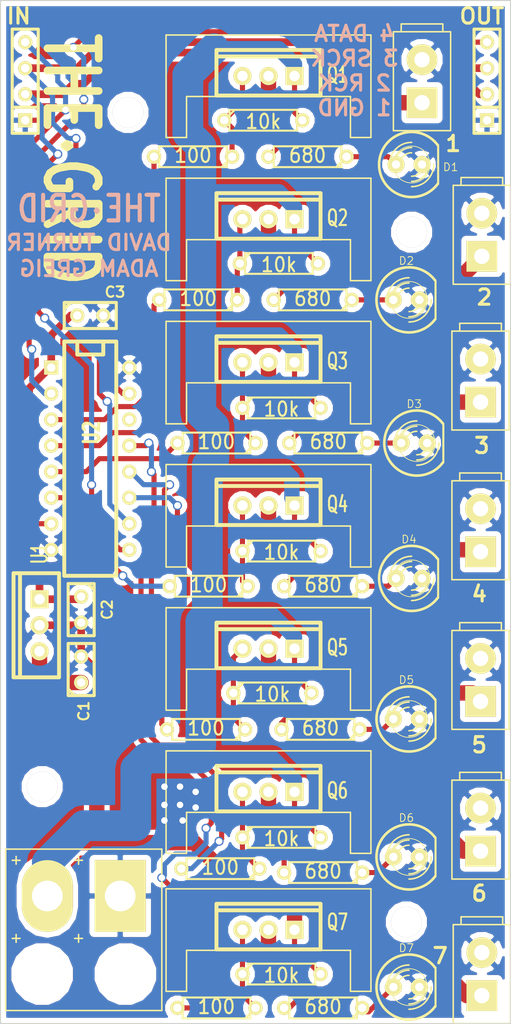
<source format=kicad_pcb>
(kicad_pcb (version 4) (host pcbnew "(2014-jan-25)-product")
  (layers (0 F.Cu signal) (31 B.Cu signal) (34 B.Paste user hide) (35 F.Paste user) (36 B.SilkS user hide) (37 F.SilkS user) (38 B.Mask user) (39 F.Mask user hide) (44 Edge.Cuts user))
  (net 0 "")
  (net 1 "Net-(D1-Pad1)")
  (net 2 GND)
  (net 3 "Net-(D2-Pad1)")
  (net 4 "Net-(D3-Pad1)")
  (net 5 "Net-(D4-Pad1)")
  (net 6 "Net-(D5-Pad1)")
  (net 7 "Net-(D6-Pad1)")
  (net 8 "Net-(D7-Pad1)")
  (net 9 "Net-(P4-Pad1)")
  (net 10 "Net-(P5-Pad1)")
  (net 11 "Net-(P7-Pad1)")
  (net 12 "Net-(P9-Pad1)")
  (net 13 "Net-(P10-Pad1)")
  (net 14 +12V)
  (net 15 "Net-(R2-Pad2)")
  (net 16 "Net-(R8-Pad2)")
  (net 17 "Net-(R14-Pad2)")
  (net 18 +5V)
  (net 19 "Net-(Q1-Pad2)")
  (net 20 "Net-(Q2-Pad2)")
  (net 21 "Net-(Q3-Pad2)")
  (net 22 "Net-(Q4-Pad2)")
  (net 23 "Net-(Q5-Pad2)")
  (net 24 "Net-(Q6-Pad2)")
  (net 25 "Net-(Q7-Pad2)")
  (net 26 "Net-(P2-Pad2)")
  (net 27 "Net-(P6-Pad1)")
  (net 28 "Net-(P8-Pad1)")
  (net 29 "Net-(R4-Pad2)")
  (net 30 "Net-(R6-Pad2)")
  (net 31 "Net-(R10-Pad2)")
  (net 32 "Net-(R12-Pad2)")
  (net 33 "Net-(P2-Pad3)")
  (net 34 "Net-(P2-Pad4)")
  (net 35 "Net-(P3-Pad4)")
  (module Sockets_DIP:DIP-16__300 (layer F.Cu) (at 130.175 63.5 270)
    (fp_text reference U2 (at -2.54 -0.127 270) (layer F.SilkS) (effects (font (size 1.524 1.143) (thickness 0.3048))))
    (fp_text value TPIC6C595 hide)
    (pad 1 thru_hole rect (at -8.89 3.81 270) (size 1.397 1.397) (drill 0.8128) (layers *.Cu *.Mask F.SilkS) (net 18 +5V))
    (pad 2 thru_hole circle (at -6.35 3.81 270) (size 1.397 1.397) (drill 0.8128) (layers *.Cu *.Mask F.SilkS) (net 34 "Net-(P2-Pad4)"))
    (pad 3 thru_hole circle (at -3.81 3.81 270) (size 1.397 1.397) (drill 0.8128) (layers *.Cu *.Mask F.SilkS) (net 15 "Net-(R2-Pad2)"))
    (pad 4 thru_hole circle (at -1.27 3.81 270) (size 1.397 1.397) (drill 0.8128) (layers *.Cu *.Mask F.SilkS) (net 29 "Net-(R4-Pad2)"))
    (pad 5 thru_hole circle (at 1.27 3.81 270) (size 1.397 1.397) (drill 0.8128) (layers *.Cu *.Mask F.SilkS) (net 30 "Net-(R6-Pad2)"))
    (pad 6 thru_hole circle (at 3.81 3.81 270) (size 1.397 1.397) (drill 0.8128) (layers *.Cu *.Mask F.SilkS) (net 16 "Net-(R8-Pad2)"))
    (pad 7 thru_hole circle (at 6.35 3.81 270) (size 1.397 1.397) (drill 0.8128) (layers *.Cu *.Mask F.SilkS) (net 18 +5V))
    (pad 8 thru_hole circle (at 8.89 3.81 270) (size 1.397 1.397) (drill 0.8128) (layers *.Cu *.Mask F.SilkS) (net 2 GND))
    (pad 9 thru_hole circle (at 8.89 -3.81 270) (size 1.397 1.397) (drill 0.8128) (layers *.Cu *.Mask F.SilkS) (net 35 "Net-(P3-Pad4)"))
    (pad 10 thru_hole circle (at 6.35 -3.81 270) (size 1.397 1.397) (drill 0.8128) (layers *.Cu *.Mask F.SilkS) (net 26 "Net-(P2-Pad2)"))
    (pad 11 thru_hole circle (at 3.81 -3.81 270) (size 1.397 1.397) (drill 0.8128) (layers *.Cu *.Mask F.SilkS) (net 17 "Net-(R14-Pad2)"))
    (pad 12 thru_hole circle (at 1.27 -3.81 270) (size 1.397 1.397) (drill 0.8128) (layers *.Cu *.Mask F.SilkS) (net 31 "Net-(R10-Pad2)"))
    (pad 13 thru_hole circle (at -1.27 -3.81 270) (size 1.397 1.397) (drill 0.8128) (layers *.Cu *.Mask F.SilkS) (net 32 "Net-(R12-Pad2)"))
    (pad 14 thru_hole circle (at -3.81 -3.81 270) (size 1.397 1.397) (drill 0.8128) (layers *.Cu *.Mask F.SilkS))
    (pad 15 thru_hole circle (at -6.35 -3.81 270) (size 1.397 1.397) (drill 0.8128) (layers *.Cu *.Mask F.SilkS) (net 33 "Net-(P2-Pad3)"))
    (pad 16 thru_hole circle (at -8.89 -3.81 270) (size 1.397 1.397) (drill 0.8128) (layers *.Cu *.Mask F.SilkS) (net 2 GND))
  )
  (module Discret:TO220_VERT (layer F.Cu) (at 125.222 79.756 180)
    (fp_text reference U1 (at 0 6.985 270) (layer F.SilkS) (effects (font (size 1.524 1.016) (thickness 0.2032))))
    (fp_text value UA7805CKCS hide)
    (pad 2 thru_hole circle (at 0 -2.54 180) (size 1.778 1.778) (drill 1.016) (layers *.Cu *.Mask F.SilkS) (net 14 +12V))
    (pad 3 thru_hole circle (at 0 0 180) (size 1.778 1.778) (drill 1.016) (layers *.Cu *.Mask F.SilkS) (net 2 GND))
    (pad 1 thru_hole rect (at 0 2.54 180) (size 1.778 1.778) (drill 1.016) (layers *.Cu *.Mask F.SilkS) (net 18 +5V))
  )
  (module LEDs:LED-5MM (layer F.Cu) (at 161.29 34.798)
    (fp_text reference D1 (at 4.064 0.254) (layer F.SilkS) (effects (font (size 0.762 0.762) (thickness 0.0889))))
    (fp_text value LED hide)
    (pad 1 thru_hole circle (at -1.27 0) (size 1.6764 1.6764) (drill 0.8128) (layers *.Cu *.Mask F.SilkS) (net 1 "Net-(D1-Pad1)"))
    (pad 2 thru_hole circle (at 1.27 0) (size 1.6764 1.6764) (drill 0.8128) (layers *.Cu *.Mask F.SilkS) (net 2 GND))
  )
  (module LEDs:LED-5MM (layer F.Cu) (at 161.036 48.006)
    (fp_text reference D2 (at 0 -3.81) (layer F.SilkS) (effects (font (size 0.762 0.762) (thickness 0.0889))))
    (fp_text value LED hide)
    (pad 1 thru_hole circle (at -1.27 0) (size 1.6764 1.6764) (drill 0.8128) (layers *.Cu *.Mask F.SilkS) (net 3 "Net-(D2-Pad1)"))
    (pad 2 thru_hole circle (at 1.27 0) (size 1.6764 1.6764) (drill 0.8128) (layers *.Cu *.Mask F.SilkS) (net 2 GND))
  )
  (module LEDs:LED-5MM (layer F.Cu) (at 161.798 61.976)
    (fp_text reference D3 (at 0 -3.81) (layer F.SilkS) (effects (font (size 0.762 0.762) (thickness 0.0889))))
    (fp_text value LED hide)
    (pad 1 thru_hole circle (at -1.27 0) (size 1.6764 1.6764) (drill 0.8128) (layers *.Cu *.Mask F.SilkS) (net 4 "Net-(D3-Pad1)"))
    (pad 2 thru_hole circle (at 1.27 0) (size 1.6764 1.6764) (drill 0.8128) (layers *.Cu *.Mask F.SilkS) (net 2 GND))
  )
  (module LEDs:LED-5MM (layer F.Cu) (at 161.29 75.184)
    (fp_text reference D4 (at 0 -3.81) (layer F.SilkS) (effects (font (size 0.762 0.762) (thickness 0.0889))))
    (fp_text value LED hide)
    (pad 1 thru_hole circle (at -1.27 0) (size 1.6764 1.6764) (drill 0.8128) (layers *.Cu *.Mask F.SilkS) (net 5 "Net-(D4-Pad1)"))
    (pad 2 thru_hole circle (at 1.27 0) (size 1.6764 1.6764) (drill 0.8128) (layers *.Cu *.Mask F.SilkS) (net 2 GND))
  )
  (module LEDs:LED-5MM (layer F.Cu) (at 161.036 88.9)
    (fp_text reference D5 (at 0 -3.81) (layer F.SilkS) (effects (font (size 0.762 0.762) (thickness 0.0889))))
    (fp_text value LED hide)
    (pad 1 thru_hole circle (at -1.27 0) (size 1.6764 1.6764) (drill 0.8128) (layers *.Cu *.Mask F.SilkS) (net 6 "Net-(D5-Pad1)"))
    (pad 2 thru_hole circle (at 1.27 0) (size 1.6764 1.6764) (drill 0.8128) (layers *.Cu *.Mask F.SilkS) (net 2 GND))
  )
  (module LEDs:LED-5MM (layer F.Cu) (at 161.036 102.362)
    (fp_text reference D6 (at 0 -3.81) (layer F.SilkS) (effects (font (size 0.762 0.762) (thickness 0.0889))))
    (fp_text value LED hide)
    (pad 1 thru_hole circle (at -1.27 0) (size 1.6764 1.6764) (drill 0.8128) (layers *.Cu *.Mask F.SilkS) (net 7 "Net-(D6-Pad1)"))
    (pad 2 thru_hole circle (at 1.27 0) (size 1.6764 1.6764) (drill 0.8128) (layers *.Cu *.Mask F.SilkS) (net 2 GND))
  )
  (module LEDs:LED-5MM (layer F.Cu) (at 161.036 115.062)
    (fp_text reference D7 (at 0 -3.81) (layer F.SilkS) (effects (font (size 0.762 0.762) (thickness 0.0889))))
    (fp_text value LED hide)
    (pad 1 thru_hole circle (at -1.27 0) (size 1.6764 1.6764) (drill 0.8128) (layers *.Cu *.Mask F.SilkS) (net 8 "Net-(D7-Pad1)"))
    (pad 2 thru_hole circle (at 1.27 0) (size 1.6764 1.6764) (drill 0.8128) (layers *.Cu *.Mask F.SilkS) (net 2 GND))
  )
  (module Discret:C1 (layer F.Cu) (at 129.286 84.074 90)
    (fp_text reference C1 (at -4.064 0.254 90) (layer F.SilkS) (effects (font (size 1.016 1.016) (thickness 0.2032))))
    (fp_text value .33u hide)
    (pad 1 thru_hole circle (at -1.27 0 90) (size 1.397 1.397) (drill 0.8128) (layers *.Cu *.Mask F.SilkS) (net 14 +12V))
    (pad 2 thru_hole circle (at 1.27 0 90) (size 1.397 1.397) (drill 0.8128) (layers *.Cu *.Mask F.SilkS) (net 2 GND))
  )
  (module Discret:C1 (layer F.Cu) (at 129.286 78.232 270)
    (fp_text reference C2 (at 0 -2.54 270) (layer F.SilkS) (effects (font (size 1.016 1.016) (thickness 0.2032))))
    (fp_text value .1u hide)
    (pad 1 thru_hole circle (at -1.27 0 270) (size 1.397 1.397) (drill 0.8128) (layers *.Cu *.Mask F.SilkS) (net 18 +5V))
    (pad 2 thru_hole circle (at 1.27 0 270) (size 1.397 1.397) (drill 0.8128) (layers *.Cu *.Mask F.SilkS) (net 2 GND))
  )
  (module Discret:C1 (layer F.Cu) (at 130.175 49.53)
    (fp_text reference C3 (at 2.413 -2.286) (layer F.SilkS) (effects (font (size 1.016 1.016) (thickness 0.2032))))
    (fp_text value 100n hide)
    (pad 1 thru_hole circle (at -1.27 0) (size 1.397 1.397) (drill 0.8128) (layers *.Cu *.Mask F.SilkS) (net 18 +5V))
    (pad 2 thru_hole circle (at 1.27 0) (size 1.397 1.397) (drill 0.8128) (layers *.Cu *.Mask F.SilkS) (net 2 GND))
  )
  (module solder_pad:SIL-2 (layer F.Cu) (at 129.54 107.188 180)
    (fp_text reference P1 hide)
    (fp_text value POWER hide)
    (fp_text user + (at 0.508 -3.048 180) (layer F.SilkS))
    (fp_text user + (at 6.604 -3.048 180) (layer F.SilkS))
    (fp_text user + (at 0.508 4.572 180) (layer F.SilkS))
    (fp_text user + (at 6.604 4.572 180) (layer F.SilkS))
    (pad 1 thru_hole rect (at -3.556 1.016 180) (size 5 7) (drill 3) (layers *.Cu *.Mask F.SilkS) (net 2 GND))
    (pad 2 thru_hole oval (at 3.556 1.016 180) (size 5 7) (drill 3) (layers *.Cu *.Mask F.SilkS) (net 14 +12V))
    (pad "" np_thru_hole circle (at -4.064 -6.604 180) (size 5 5) (drill 5) (layers *.Cu *.Mask F.SilkS))
    (pad "" np_thru_hole circle (at 4.064 -6.604 180) (size 5 5) (drill 5) (layers *.Cu *.Mask F.SilkS))
  )
  (module Connect:SIL-4 (layer F.Cu) (at 123.825 26.67 90)
    (fp_text reference P2 hide)
    (fp_text value SHIFT_IN hide)
    (pad 1 thru_hole rect (at -3.81 0 90) (size 1.397 1.397) (drill 0.8128) (layers *.Cu *.Mask F.SilkS) (net 2 GND))
    (pad 2 thru_hole circle (at -1.27 0 90) (size 1.397 1.397) (drill 0.8128) (layers *.Cu *.Mask F.SilkS) (net 26 "Net-(P2-Pad2)"))
    (pad 3 thru_hole circle (at 1.27 0 90) (size 1.397 1.397) (drill 0.8128) (layers *.Cu *.Mask F.SilkS) (net 33 "Net-(P2-Pad3)"))
    (pad 4 thru_hole circle (at 3.81 0 90) (size 1.397 1.397) (drill 0.8128) (layers *.Cu *.Mask F.SilkS) (net 34 "Net-(P2-Pad4)"))
  )
  (module Connect:SIL-4 (layer F.Cu) (at 168.91 26.67 90)
    (fp_text reference P3 hide)
    (fp_text value SHIFT_OUT hide)
    (pad 1 thru_hole rect (at -3.81 0 90) (size 1.397 1.397) (drill 0.8128) (layers *.Cu *.Mask F.SilkS) (net 2 GND))
    (pad 2 thru_hole circle (at -1.27 0 90) (size 1.397 1.397) (drill 0.8128) (layers *.Cu *.Mask F.SilkS) (net 26 "Net-(P2-Pad2)"))
    (pad 3 thru_hole circle (at 1.27 0 90) (size 1.397 1.397) (drill 0.8128) (layers *.Cu *.Mask F.SilkS) (net 33 "Net-(P2-Pad3)"))
    (pad 4 thru_hole circle (at 3.81 0 90) (size 1.397 1.397) (drill 0.8128) (layers *.Cu *.Mask F.SilkS) (net 35 "Net-(P3-Pad4)"))
  )
  (module TO220_hs:TO220_VERT (layer F.Cu) (at 147.574 26.162 90)
    (fp_text reference Q1 (at 0.127 6.731 180) (layer F.SilkS) (effects (font (size 1.524 1.016) (thickness 0.2032))))
    (fp_text value FQP7P06 hide)
    (pad 2 thru_hole circle (at 0 -2.54 90) (size 1.778 1.778) (drill 1.016) (layers *.Cu *.Mask F.SilkS) (net 19 "Net-(Q1-Pad2)"))
    (pad 3 thru_hole circle (at 0 0 90) (size 1.778 1.778) (drill 1.016) (layers *.Cu *.Mask F.SilkS) (net 9 "Net-(P4-Pad1)"))
    (pad 1 thru_hole rect (at 0 2.54 90) (size 1.778 1.778) (drill 1.016) (layers *.Cu *.Mask F.SilkS) (net 14 +12V))
  )
  (module TO220_hs:TO220_VERT (layer F.Cu) (at 147.574 40.132 90)
    (fp_text reference Q2 (at 0.127 6.731 180) (layer F.SilkS) (effects (font (size 1.524 1.016) (thickness 0.2032))))
    (fp_text value FQP7P06 hide)
    (pad 2 thru_hole circle (at 0 -2.54 90) (size 1.778 1.778) (drill 1.016) (layers *.Cu *.Mask F.SilkS) (net 20 "Net-(Q2-Pad2)"))
    (pad 3 thru_hole circle (at 0 0 90) (size 1.778 1.778) (drill 1.016) (layers *.Cu *.Mask F.SilkS) (net 10 "Net-(P5-Pad1)"))
    (pad 1 thru_hole rect (at 0 2.54 90) (size 1.778 1.778) (drill 1.016) (layers *.Cu *.Mask F.SilkS) (net 14 +12V))
  )
  (module TO220_hs:TO220_VERT (layer F.Cu) (at 147.574 54.102 90)
    (fp_text reference Q3 (at 0.127 6.731 180) (layer F.SilkS) (effects (font (size 1.524 1.016) (thickness 0.2032))))
    (fp_text value FQP7P06 hide)
    (pad 2 thru_hole circle (at 0 -2.54 90) (size 1.778 1.778) (drill 1.016) (layers *.Cu *.Mask F.SilkS) (net 21 "Net-(Q3-Pad2)"))
    (pad 3 thru_hole circle (at 0 0 90) (size 1.778 1.778) (drill 1.016) (layers *.Cu *.Mask F.SilkS) (net 27 "Net-(P6-Pad1)"))
    (pad 1 thru_hole rect (at 0 2.54 90) (size 1.778 1.778) (drill 1.016) (layers *.Cu *.Mask F.SilkS) (net 14 +12V))
  )
  (module TO220_hs:TO220_VERT (layer F.Cu) (at 147.574 68.072 90)
    (fp_text reference Q4 (at 0.127 6.731 180) (layer F.SilkS) (effects (font (size 1.524 1.016) (thickness 0.2032))))
    (fp_text value FQP7P06 hide)
    (pad 2 thru_hole circle (at 0 -2.54 90) (size 1.778 1.778) (drill 1.016) (layers *.Cu *.Mask F.SilkS) (net 22 "Net-(Q4-Pad2)"))
    (pad 3 thru_hole circle (at 0 0 90) (size 1.778 1.778) (drill 1.016) (layers *.Cu *.Mask F.SilkS) (net 11 "Net-(P7-Pad1)"))
    (pad 1 thru_hole rect (at 0 2.54 90) (size 1.778 1.778) (drill 1.016) (layers *.Cu *.Mask F.SilkS) (net 14 +12V))
  )
  (module TO220_hs:TO220_VERT (layer F.Cu) (at 147.574 82.042 90)
    (fp_text reference Q5 (at 0.127 6.731 180) (layer F.SilkS) (effects (font (size 1.524 1.016) (thickness 0.2032))))
    (fp_text value FQP7P06 hide)
    (pad 2 thru_hole circle (at 0 -2.54 90) (size 1.778 1.778) (drill 1.016) (layers *.Cu *.Mask F.SilkS) (net 23 "Net-(Q5-Pad2)"))
    (pad 3 thru_hole circle (at 0 0 90) (size 1.778 1.778) (drill 1.016) (layers *.Cu *.Mask F.SilkS) (net 28 "Net-(P8-Pad1)"))
    (pad 1 thru_hole rect (at 0 2.54 90) (size 1.778 1.778) (drill 1.016) (layers *.Cu *.Mask F.SilkS) (net 14 +12V))
  )
  (module TO220_hs:TO220_VERT (layer F.Cu) (at 147.574 96.012 90)
    (fp_text reference Q6 (at 0.127 6.731 180) (layer F.SilkS) (effects (font (size 1.524 1.016) (thickness 0.2032))))
    (fp_text value FQP7P06 hide)
    (pad 2 thru_hole circle (at 0 -2.54 90) (size 1.778 1.778) (drill 1.016) (layers *.Cu *.Mask F.SilkS) (net 24 "Net-(Q6-Pad2)"))
    (pad 3 thru_hole circle (at 0 0 90) (size 1.778 1.778) (drill 1.016) (layers *.Cu *.Mask F.SilkS) (net 12 "Net-(P9-Pad1)"))
    (pad 1 thru_hole rect (at 0 2.54 90) (size 1.778 1.778) (drill 1.016) (layers *.Cu *.Mask F.SilkS) (net 14 +12V))
  )
  (module TO220_hs:TO220_VERT (layer F.Cu) (at 147.574 109.474 90)
    (fp_text reference Q7 (at 0.762 6.731 180) (layer F.SilkS) (effects (font (size 1.524 1.016) (thickness 0.2032))))
    (fp_text value FQP7P06 hide)
    (pad 2 thru_hole circle (at 0 -2.54 90) (size 1.778 1.778) (drill 1.016) (layers *.Cu *.Mask F.SilkS) (net 25 "Net-(Q7-Pad2)"))
    (pad 3 thru_hole circle (at 0 0 90) (size 1.778 1.778) (drill 1.016) (layers *.Cu *.Mask F.SilkS) (net 13 "Net-(P10-Pad1)"))
    (pad 1 thru_hole rect (at 0 2.54 90) (size 1.778 1.778) (drill 1.016) (layers *.Cu *.Mask F.SilkS) (net 14 +12V))
  )
  (module Discret:R3 (layer F.Cu) (at 147.066 30.48)
    (fp_text reference R1 hide)
    (fp_text value 10k (at 0 0.127) (layer F.SilkS) (effects (font (size 1.397 1.27) (thickness 0.2032))))
    (pad 1 thru_hole circle (at -3.81 0) (size 1.397 1.397) (drill 0.8128) (layers *.Cu *.Mask F.SilkS) (net 19 "Net-(Q1-Pad2)"))
    (pad 2 thru_hole circle (at 3.81 0) (size 1.397 1.397) (drill 0.8128) (layers *.Cu *.Mask F.SilkS) (net 14 +12V))
  )
  (module Discret:R3 (layer F.Cu) (at 140.208 34.036 180)
    (fp_text reference R2 hide)
    (fp_text value 100 (at 0 0.127 180) (layer F.SilkS) (effects (font (size 1.397 1.27) (thickness 0.2032))))
    (pad 1 thru_hole circle (at -3.81 0 180) (size 1.397 1.397) (drill 0.8128) (layers *.Cu *.Mask F.SilkS) (net 19 "Net-(Q1-Pad2)"))
    (pad 2 thru_hole circle (at 3.81 0 180) (size 1.397 1.397) (drill 0.8128) (layers *.Cu *.Mask F.SilkS) (net 15 "Net-(R2-Pad2)"))
  )
  (module Discret:R3 (layer F.Cu) (at 148.59 44.45)
    (fp_text reference R3 hide)
    (fp_text value 10k (at 0 0.127) (layer F.SilkS) (effects (font (size 1.397 1.27) (thickness 0.2032))))
    (pad 1 thru_hole circle (at -3.81 0) (size 1.397 1.397) (drill 0.8128) (layers *.Cu *.Mask F.SilkS) (net 20 "Net-(Q2-Pad2)"))
    (pad 2 thru_hole circle (at 3.81 0) (size 1.397 1.397) (drill 0.8128) (layers *.Cu *.Mask F.SilkS) (net 14 +12V))
  )
  (module Discret:R3 (layer F.Cu) (at 140.716 48.006 180)
    (fp_text reference R4 hide)
    (fp_text value 100 (at 0 0.127 180) (layer F.SilkS) (effects (font (size 1.397 1.27) (thickness 0.2032))))
    (pad 1 thru_hole circle (at -3.81 0 180) (size 1.397 1.397) (drill 0.8128) (layers *.Cu *.Mask F.SilkS) (net 20 "Net-(Q2-Pad2)"))
    (pad 2 thru_hole circle (at 3.81 0 180) (size 1.397 1.397) (drill 0.8128) (layers *.Cu *.Mask F.SilkS) (net 29 "Net-(R4-Pad2)"))
  )
  (module Discret:R3 (layer F.Cu) (at 148.844 58.547)
    (fp_text reference R5 hide)
    (fp_text value 10k (at 0 0.127) (layer F.SilkS) (effects (font (size 1.397 1.27) (thickness 0.2032))))
    (pad 1 thru_hole circle (at -3.81 0) (size 1.397 1.397) (drill 0.8128) (layers *.Cu *.Mask F.SilkS) (net 21 "Net-(Q3-Pad2)"))
    (pad 2 thru_hole circle (at 3.81 0) (size 1.397 1.397) (drill 0.8128) (layers *.Cu *.Mask F.SilkS) (net 14 +12V))
  )
  (module Discret:R3 (layer F.Cu) (at 142.494 61.976 180)
    (fp_text reference R6 hide)
    (fp_text value 100 (at 0 0.127 180) (layer F.SilkS) (effects (font (size 1.397 1.27) (thickness 0.2032))))
    (pad 1 thru_hole circle (at -3.81 0 180) (size 1.397 1.397) (drill 0.8128) (layers *.Cu *.Mask F.SilkS) (net 21 "Net-(Q3-Pad2)"))
    (pad 2 thru_hole circle (at 3.81 0 180) (size 1.397 1.397) (drill 0.8128) (layers *.Cu *.Mask F.SilkS) (net 30 "Net-(R6-Pad2)"))
  )
  (module Discret:R3 (layer F.Cu) (at 148.844 72.517)
    (fp_text reference R7 hide)
    (fp_text value 10k (at 0 0.127) (layer F.SilkS) (effects (font (size 1.397 1.27) (thickness 0.2032))))
    (pad 1 thru_hole circle (at -3.81 0) (size 1.397 1.397) (drill 0.8128) (layers *.Cu *.Mask F.SilkS) (net 22 "Net-(Q4-Pad2)"))
    (pad 2 thru_hole circle (at 3.81 0) (size 1.397 1.397) (drill 0.8128) (layers *.Cu *.Mask F.SilkS) (net 14 +12V))
  )
  (module Discret:R3 (layer F.Cu) (at 141.732 75.946 180)
    (fp_text reference R8 hide)
    (fp_text value 100 (at 0 0.127 180) (layer F.SilkS) (effects (font (size 1.397 1.27) (thickness 0.2032))))
    (pad 1 thru_hole circle (at -3.81 0 180) (size 1.397 1.397) (drill 0.8128) (layers *.Cu *.Mask F.SilkS) (net 22 "Net-(Q4-Pad2)"))
    (pad 2 thru_hole circle (at 3.81 0 180) (size 1.397 1.397) (drill 0.8128) (layers *.Cu *.Mask F.SilkS) (net 16 "Net-(R8-Pad2)"))
  )
  (module Discret:R3 (layer F.Cu) (at 148.844 100.457)
    (fp_text reference R9 hide)
    (fp_text value 10k (at 0 0.127) (layer F.SilkS) (effects (font (size 1.397 1.27) (thickness 0.2032))))
    (pad 1 thru_hole circle (at -3.81 0) (size 1.397 1.397) (drill 0.8128) (layers *.Cu *.Mask F.SilkS) (net 24 "Net-(Q6-Pad2)"))
    (pad 2 thru_hole circle (at 3.81 0) (size 1.397 1.397) (drill 0.8128) (layers *.Cu *.Mask F.SilkS) (net 14 +12V))
  )
  (module Discret:R3 (layer F.Cu) (at 142.875 103.505 180)
    (fp_text reference R10 hide)
    (fp_text value 100 (at 0 0.127 180) (layer F.SilkS) (effects (font (size 1.397 1.27) (thickness 0.2032))))
    (pad 1 thru_hole circle (at -3.81 0 180) (size 1.397 1.397) (drill 0.8128) (layers *.Cu *.Mask F.SilkS) (net 24 "Net-(Q6-Pad2)"))
    (pad 2 thru_hole circle (at 3.81 0 180) (size 1.397 1.397) (drill 0.8128) (layers *.Cu *.Mask F.SilkS) (net 31 "Net-(R10-Pad2)"))
  )
  (module Discret:R3 (layer F.Cu) (at 148.844 113.792)
    (fp_text reference R11 hide)
    (fp_text value 10k (at 0 0.127) (layer F.SilkS) (effects (font (size 1.397 1.27) (thickness 0.2032))))
    (pad 1 thru_hole circle (at -3.81 0) (size 1.397 1.397) (drill 0.8128) (layers *.Cu *.Mask F.SilkS) (net 25 "Net-(Q7-Pad2)"))
    (pad 2 thru_hole circle (at 3.81 0) (size 1.397 1.397) (drill 0.8128) (layers *.Cu *.Mask F.SilkS) (net 14 +12V))
  )
  (module Discret:R3 (layer F.Cu) (at 142.494 117.094 180)
    (fp_text reference R12 hide)
    (fp_text value 100 (at 0 0.127 180) (layer F.SilkS) (effects (font (size 1.397 1.27) (thickness 0.2032))))
    (pad 1 thru_hole circle (at -3.81 0 180) (size 1.397 1.397) (drill 0.8128) (layers *.Cu *.Mask F.SilkS) (net 25 "Net-(Q7-Pad2)"))
    (pad 2 thru_hole circle (at 3.81 0 180) (size 1.397 1.397) (drill 0.8128) (layers *.Cu *.Mask F.SilkS) (net 32 "Net-(R12-Pad2)"))
  )
  (module Discret:R3 (layer F.Cu) (at 147.955 86.36)
    (fp_text reference R13 hide)
    (fp_text value 10k (at 0 0.127) (layer F.SilkS) (effects (font (size 1.397 1.27) (thickness 0.2032))))
    (pad 1 thru_hole circle (at -3.81 0) (size 1.397 1.397) (drill 0.8128) (layers *.Cu *.Mask F.SilkS) (net 23 "Net-(Q5-Pad2)"))
    (pad 2 thru_hole circle (at 3.81 0) (size 1.397 1.397) (drill 0.8128) (layers *.Cu *.Mask F.SilkS) (net 14 +12V))
  )
  (module Discret:R3 (layer F.Cu) (at 141.478 89.916 180)
    (fp_text reference R14 hide)
    (fp_text value 100 (at 0 0.127 180) (layer F.SilkS) (effects (font (size 1.397 1.27) (thickness 0.2032))))
    (pad 1 thru_hole circle (at -3.81 0 180) (size 1.397 1.397) (drill 0.8128) (layers *.Cu *.Mask F.SilkS) (net 23 "Net-(Q5-Pad2)"))
    (pad 2 thru_hole circle (at 3.81 0 180) (size 1.397 1.397) (drill 0.8128) (layers *.Cu *.Mask F.SilkS) (net 17 "Net-(R14-Pad2)"))
  )
  (module Discret:R3 (layer F.Cu) (at 151.384 34.036 180)
    (fp_text reference R15 hide)
    (fp_text value 680 (at 0 0.127 180) (layer F.SilkS) (effects (font (size 1.397 1.27) (thickness 0.2032))))
    (pad 1 thru_hole circle (at -3.81 0 180) (size 1.397 1.397) (drill 0.8128) (layers *.Cu *.Mask F.SilkS) (net 1 "Net-(D1-Pad1)"))
    (pad 2 thru_hole circle (at 3.81 0 180) (size 1.397 1.397) (drill 0.8128) (layers *.Cu *.Mask F.SilkS) (net 9 "Net-(P4-Pad1)"))
  )
  (module Discret:R3 (layer F.Cu) (at 151.892 48.006 180)
    (fp_text reference R16 hide)
    (fp_text value 680 (at 0 0.127 180) (layer F.SilkS) (effects (font (size 1.397 1.27) (thickness 0.2032))))
    (pad 1 thru_hole circle (at -3.81 0 180) (size 1.397 1.397) (drill 0.8128) (layers *.Cu *.Mask F.SilkS) (net 3 "Net-(D2-Pad1)"))
    (pad 2 thru_hole circle (at 3.81 0 180) (size 1.397 1.397) (drill 0.8128) (layers *.Cu *.Mask F.SilkS) (net 10 "Net-(P5-Pad1)"))
  )
  (module Discret:R3 (layer F.Cu) (at 153.416 61.976 180)
    (fp_text reference R17 hide)
    (fp_text value 680 (at 0 0.127 180) (layer F.SilkS) (effects (font (size 1.397 1.27) (thickness 0.2032))))
    (pad 1 thru_hole circle (at -3.81 0 180) (size 1.397 1.397) (drill 0.8128) (layers *.Cu *.Mask F.SilkS) (net 4 "Net-(D3-Pad1)"))
    (pad 2 thru_hole circle (at 3.81 0 180) (size 1.397 1.397) (drill 0.8128) (layers *.Cu *.Mask F.SilkS) (net 27 "Net-(P6-Pad1)"))
  )
  (module Discret:R3 (layer F.Cu) (at 152.908 75.946 180)
    (fp_text reference R18 hide)
    (fp_text value 680 (at 0 0.127 180) (layer F.SilkS) (effects (font (size 1.397 1.27) (thickness 0.2032))))
    (pad 1 thru_hole circle (at -3.81 0 180) (size 1.397 1.397) (drill 0.8128) (layers *.Cu *.Mask F.SilkS) (net 5 "Net-(D4-Pad1)"))
    (pad 2 thru_hole circle (at 3.81 0 180) (size 1.397 1.397) (drill 0.8128) (layers *.Cu *.Mask F.SilkS) (net 11 "Net-(P7-Pad1)"))
  )
  (module Discret:R3 (layer F.Cu) (at 152.654 89.916 180)
    (fp_text reference R19 hide)
    (fp_text value 680 (at 0 0.127 180) (layer F.SilkS) (effects (font (size 1.397 1.27) (thickness 0.2032))))
    (pad 1 thru_hole circle (at -3.81 0 180) (size 1.397 1.397) (drill 0.8128) (layers *.Cu *.Mask F.SilkS) (net 6 "Net-(D5-Pad1)"))
    (pad 2 thru_hole circle (at 3.81 0 180) (size 1.397 1.397) (drill 0.8128) (layers *.Cu *.Mask F.SilkS) (net 28 "Net-(P8-Pad1)"))
  )
  (module Discret:R3 (layer F.Cu) (at 152.908 103.886 180)
    (fp_text reference R20 hide)
    (fp_text value 680 (at 0 0.127 180) (layer F.SilkS) (effects (font (size 1.397 1.27) (thickness 0.2032))))
    (pad 1 thru_hole circle (at -3.81 0 180) (size 1.397 1.397) (drill 0.8128) (layers *.Cu *.Mask F.SilkS) (net 7 "Net-(D6-Pad1)"))
    (pad 2 thru_hole circle (at 3.81 0 180) (size 1.397 1.397) (drill 0.8128) (layers *.Cu *.Mask F.SilkS) (net 12 "Net-(P9-Pad1)"))
  )
  (module Discret:R3 (layer F.Cu) (at 152.908 117.094 180)
    (fp_text reference R21 hide)
    (fp_text value 680 (at 0 0.127 180) (layer F.SilkS) (effects (font (size 1.397 1.27) (thickness 0.2032))))
    (pad 1 thru_hole circle (at -3.81 0 180) (size 1.397 1.397) (drill 0.8128) (layers *.Cu *.Mask F.SilkS) (net 8 "Net-(D7-Pad1)"))
    (pad 2 thru_hole circle (at 3.81 0 180) (size 1.397 1.397) (drill 0.8128) (layers *.Cu *.Mask F.SilkS) (net 13 "Net-(P10-Pad1)"))
  )
  (module minipower:SIL-2 (layer F.Cu) (at 162.56 26.67 90)
    (fp_text reference P4 hide)
    (fp_text value CONN_2 hide)
    (pad 1 thru_hole rect (at -2.1 0 90) (size 3 3) (drill 1.5) (layers *.Cu *.Mask F.SilkS) (net 9 "Net-(P4-Pad1)"))
    (pad 2 thru_hole circle (at 2.1 0 90) (size 3 3) (drill 1.5) (layers *.Cu *.Mask F.SilkS) (net 2 GND))
  )
  (module minipower:SIL-2 (layer F.Cu) (at 168.402 41.656 90)
    (fp_text reference P5 hide)
    (fp_text value CONN_2 hide)
    (pad 1 thru_hole rect (at -2.1 0 90) (size 3 3) (drill 1.5) (layers *.Cu *.Mask F.SilkS) (net 10 "Net-(P5-Pad1)"))
    (pad 2 thru_hole circle (at 2.1 0 90) (size 3 3) (drill 1.5) (layers *.Cu *.Mask F.SilkS) (net 2 GND))
  )
  (module minipower:SIL-2 (layer F.Cu) (at 168.275 55.88 90)
    (fp_text reference P6 hide)
    (fp_text value CONN_2 hide)
    (pad 1 thru_hole rect (at -2.1 0 90) (size 3 3) (drill 1.5) (layers *.Cu *.Mask F.SilkS) (net 27 "Net-(P6-Pad1)"))
    (pad 2 thru_hole circle (at 2.1 0 90) (size 3 3) (drill 1.5) (layers *.Cu *.Mask F.SilkS) (net 2 GND))
  )
  (module minipower:SIL-2 (layer F.Cu) (at 168.275 70.485 90)
    (fp_text reference P7 hide)
    (fp_text value CONN_2 hide)
    (pad 1 thru_hole rect (at -2.1 0 90) (size 3 3) (drill 1.5) (layers *.Cu *.Mask F.SilkS) (net 11 "Net-(P7-Pad1)"))
    (pad 2 thru_hole circle (at 2.1 0 90) (size 3 3) (drill 1.5) (layers *.Cu *.Mask F.SilkS) (net 2 GND))
  )
  (module minipower:SIL-2 (layer F.Cu) (at 168.275 85.09 90)
    (fp_text reference P8 hide)
    (fp_text value CONN_2 hide)
    (pad 1 thru_hole rect (at -2.1 0 90) (size 3 3) (drill 1.5) (layers *.Cu *.Mask F.SilkS) (net 28 "Net-(P8-Pad1)"))
    (pad 2 thru_hole circle (at 2.1 0 90) (size 3 3) (drill 1.5) (layers *.Cu *.Mask F.SilkS) (net 2 GND))
  )
  (module minipower:SIL-2 (layer F.Cu) (at 168.275 99.695 90)
    (fp_text reference P9 hide)
    (fp_text value CONN_2 hide)
    (pad 1 thru_hole rect (at -2.1 0 90) (size 3 3) (drill 1.5) (layers *.Cu *.Mask F.SilkS) (net 12 "Net-(P9-Pad1)"))
    (pad 2 thru_hole circle (at 2.1 0 90) (size 3 3) (drill 1.5) (layers *.Cu *.Mask F.SilkS) (net 2 GND))
  )
  (module minipower:SIL-2 (layer F.Cu) (at 168.402 113.792 90)
    (fp_text reference P10 hide)
    (fp_text value CONN_2 hide)
    (pad 1 thru_hole rect (at -2.1 0 90) (size 3 3) (drill 1.5) (layers *.Cu *.Mask F.SilkS) (net 13 "Net-(P10-Pad1)"))
    (pad 2 thru_hole circle (at 2.1 0 90) (size 3 3) (drill 1.5) (layers *.Cu *.Mask F.SilkS) (net 2 GND))
  )
  (module Mounting_Holes:MountingHole_3mm (layer F.Cu) (at 133.858 29.718)
    (fp_text reference MH hide)
    (fp_text value MountingHole_3mm_RevA_Date21Jun2010 hide)
    (pad 1 thru_hole circle (at 0 0) (size 2.99974 2.99974) (drill 2.99974) (layers))
  )
  (module Mounting_Holes:MountingHole_3mm (layer F.Cu) (at 125.476 95.504)
    (fp_text reference MH hide)
    (fp_text value MountingHole_3mm_RevA_Date21Jun2010 hide)
    (pad 1 thru_hole circle (at 0 0) (size 2.99974 2.99974) (drill 2.99974) (layers))
  )
  (module Mounting_Holes:MountingHole_3mm (layer F.Cu) (at 161.036 108.712)
    (fp_text reference MH hide)
    (fp_text value MountingHole_3mm_RevA_Date21Jun2010 hide)
    (pad 1 thru_hole circle (at 0 0) (size 2.99974 2.99974) (drill 2.99974) (layers))
  )
  (module Mounting_Holes:MountingHole_3mm (layer F.Cu) (at 161.544 41.402)
    (fp_text reference MH hide)
    (fp_text value MountingHole_3mm_RevA_Date21Jun2010 hide)
    (pad 1 thru_hole circle (at 0 0) (size 2.99974 2.99974) (drill 2.99974) (layers))
  )
  (gr_line (start 121.412 118.618) (end 171.196 118.618) (angle 90) (layer Edge.Cuts) (width 0.1))
  (gr_line (start 121.412 118.618) (end 121.412 18.796) (angle 90) (layer Edge.Cuts) (width 0.1))
  (gr_line (start 171.196 18.796) (end 121.412 18.796) (angle 90) (layer Edge.Cuts) (width 0.1))
  (gr_line (start 171.196 118.618) (end 171.196 18.796) (angle 90) (layer Edge.Cuts) (width 0.1))
  (gr_text 7 (at 164.338 112.014) (layer F.SilkS) (effects (font (size 1.5 1.5) (thickness 0.3))))
  (gr_text 6 (at 168.148 105.918) (layer F.SilkS) (effects (font (size 1.5 1.5) (thickness 0.3))))
  (gr_text 5 (at 168.148 91.44) (layer F.SilkS) (effects (font (size 1.5 1.5) (thickness 0.3))))
  (gr_text 4 (at 168.148 76.708) (layer F.SilkS) (effects (font (size 1.5 1.5) (thickness 0.3))))
  (gr_text 3 (at 168.402 62.23) (layer F.SilkS) (effects (font (size 1.5 1.5) (thickness 0.3))))
  (gr_text 1 (at 165.608 32.766) (layer F.SilkS) (effects (font (size 1.5 1.5) (thickness 0.3))))
  (gr_text 2 (at 168.656 47.752) (layer F.SilkS) (effects (font (size 1.5 1.5) (thickness 0.3))))
  (gr_text "ADAM GREIG" (at 130.048 44.958) (layer B.SilkS) (effects (font (size 1.5 1.5) (thickness 0.3)) (justify mirror)))
  (gr_text "DAVID TURNER" (at 130.048 42.418) (layer B.SilkS) (effects (font (size 1.5 1.5) (thickness 0.3)) (justify mirror)))
  (gr_text THE·GRID (at 130.048 39.116) (layer B.SilkS) (effects (font (size 2.5 2) (thickness 0.4)) (justify mirror)))
  (gr_text "4 DATA\n3 SRCK\n2 RCK\n1 GND" (at 155.956 25.654) (layer B.SilkS) (effects (font (size 1.5 1.5) (thickness 0.3)) (justify mirror)))
  (gr_text OUT (at 168.402 20.32) (layer F.SilkS) (effects (font (size 1.5 1.5) (thickness 0.3))))
  (gr_text IN (at 123.19 20.32) (layer F.SilkS) (effects (font (size 1.5 1.5) (thickness 0.3))))
  (gr_text THE·GRID (at 128.27 34.29 270) (layer F.SilkS) (effects (font (size 5 3.5) (thickness 0.75))))
  (segment (start 159.258 34.036) (end 160.02 34.798) (width 0.5) (layer F.Cu) (net 1))
  (segment (start 155.194 34.036) (end 158.496 34.036) (width 0.5) (layer F.Cu) (net 1))
  (segment (start 158.496 34.036) (end 159.258 34.036) (width 0.5) (layer F.Cu) (net 1))
  (segment (start 129.286 82.804) (end 129.794 82.804) (width 0.254) (layer F.Cu) (net 2))
  (segment (start 137.414 95.504) (end 138.938 95.504) (width 0.254) (layer B.Cu) (net 2))
  (via (at 138.938 95.504) (size 0.889) (layers F.Cu B.Cu) (net 2))
  (segment (start 138.938 95.504) (end 139.192 95.758) (width 0.254) (layer F.Cu) (net 2))
  (segment (start 139.192 95.758) (end 140.462 96.012) (width 0.254) (layer F.Cu) (net 2))
  (via (at 140.462 96.012) (size 0.889) (layers F.Cu B.Cu) (net 2))
  (segment (start 140.462 96.012) (end 140.462 97.536) (width 0.254) (layer B.Cu) (net 2))
  (via (at 140.462 97.536) (size 0.889) (layers F.Cu B.Cu) (net 2))
  (segment (start 140.462 97.536) (end 140.208 97.282) (width 0.254) (layer F.Cu) (net 2))
  (segment (start 140.208 97.282) (end 138.938 97.282) (width 0.254) (layer F.Cu) (net 2))
  (via (at 138.938 97.282) (size 0.889) (layers F.Cu B.Cu) (net 2))
  (segment (start 138.938 97.282) (end 137.414 97.282) (width 0.254) (layer B.Cu) (net 2))
  (via (at 137.414 97.282) (size 0.889) (layers F.Cu B.Cu) (net 2))
  (segment (start 137.414 97.282) (end 137.414 98.806) (width 0.254) (layer F.Cu) (net 2))
  (via (at 137.414 98.806) (size 0.889) (layers F.Cu B.Cu) (net 2))
  (segment (start 137.414 98.806) (end 139.192 98.806) (width 0.254) (layer B.Cu) (net 2))
  (via (at 139.192 98.806) (size 0.889) (layers F.Cu B.Cu) (net 2))
  (segment (start 129.794 82.804) (end 134.112 87.122) (width 0.254) (layer F.Cu) (net 2))
  (segment (start 134.112 87.122) (end 134.112 92.202) (width 0.254) (layer F.Cu) (net 2))
  (segment (start 134.112 92.202) (end 137.414 95.504) (width 0.254) (layer F.Cu) (net 2))
  (via (at 137.414 95.504) (size 0.889) (layers F.Cu B.Cu) (net 2))
  (segment (start 129.032 79.756) (end 129.286 79.502) (width 0.75) (layer F.Cu) (net 2))
  (segment (start 125.222 79.756) (end 129.032 79.756) (width 0.75) (layer F.Cu) (net 2))
  (segment (start 129.286 79.502) (end 129.286 82.804) (width 0.75) (layer F.Cu) (net 2))
  (segment (start 155.702 48.006) (end 159.766 48.006) (width 0.5) (layer F.Cu) (net 3))
  (segment (start 157.226 61.976) (end 160.528 61.976) (width 0.5) (layer F.Cu) (net 4))
  (segment (start 156.718 75.946) (end 159.258 75.946) (width 0.5) (layer F.Cu) (net 5))
  (segment (start 159.258 75.946) (end 160.02 75.184) (width 0.5) (layer F.Cu) (net 5))
  (segment (start 156.464 89.916) (end 158.75 89.916) (width 0.5) (layer F.Cu) (net 6))
  (segment (start 158.75 89.916) (end 159.766 88.9) (width 0.5) (layer F.Cu) (net 6))
  (segment (start 156.718 103.886) (end 158.242 103.886) (width 0.5) (layer F.Cu) (net 7))
  (segment (start 158.242 103.886) (end 159.766 102.362) (width 0.5) (layer F.Cu) (net 7))
  (segment (start 156.845 117.475) (end 157.353 117.475) (width 0.5) (layer F.Cu) (net 8))
  (segment (start 157.353 117.475) (end 159.766 115.062) (width 0.5) (layer F.Cu) (net 8))
  (segment (start 147.574 34.036) (end 149.225 32.385) (width 0.5) (layer F.Cu) (net 9))
  (segment (start 149.098 32.766) (end 149.098 32.258) (width 0.5) (layer F.Cu) (net 9))
  (segment (start 149.225 32.639) (end 149.098 32.766) (width 0.5) (layer F.Cu) (net 9))
  (segment (start 149.225 32.385) (end 149.225 32.639) (width 0.5) (layer F.Cu) (net 9))
  (segment (start 147.574 26.162) (end 147.574 30.734) (width 1.5) (layer F.Cu) (net 9))
  (segment (start 156.65 28.77) (end 162.56 28.77) (width 1.5) (layer F.Cu) (net 9))
  (segment (start 152.4 33.02) (end 156.65 28.77) (width 1.5) (layer F.Cu) (net 9))
  (segment (start 149.86 33.02) (end 152.4 33.02) (width 1.5) (layer F.Cu) (net 9))
  (segment (start 147.574 30.734) (end 148.59 31.75) (width 1.5) (layer F.Cu) (net 9))
  (segment (start 148.59 31.75) (end 149.098 32.258) (width 1.5) (layer F.Cu) (net 9))
  (segment (start 149.098 32.258) (end 149.86 33.02) (width 1.5) (layer F.Cu) (net 9))
  (segment (start 148.082 48.006) (end 150.114 45.974) (width 0.5) (layer F.Cu) (net 10))
  (segment (start 149.86 46.228) (end 149.86 45.72) (width 0.5) (layer F.Cu) (net 10))
  (segment (start 150.114 45.974) (end 149.86 46.228) (width 0.5) (layer F.Cu) (net 10))
  (segment (start 147.574 40.132) (end 147.574 43.434) (width 1.5) (layer F.Cu) (net 10))
  (segment (start 147.574 43.434) (end 149.86 45.72) (width 1.5) (layer F.Cu) (net 10))
  (segment (start 153.924 46.99) (end 155.194 45.72) (width 1.5) (layer F.Cu) (net 10))
  (segment (start 155.194 45.72) (end 166.438 45.72) (width 1.5) (layer F.Cu) (net 10))
  (segment (start 166.438 45.72) (end 168.402 43.756) (width 1.5) (layer F.Cu) (net 10))
  (segment (start 150.1775 46.0375) (end 151.13 46.99) (width 1.5) (layer F.Cu) (net 10))
  (segment (start 149.86 45.72) (end 150.1775 46.0375) (width 1.5) (layer F.Cu) (net 10))
  (segment (start 151.13 46.99) (end 153.67 46.99) (width 1.5) (layer F.Cu) (net 10))
  (segment (start 153.67 46.99) (end 153.924 46.99) (width 1.5) (layer F.Cu) (net 10))
  (segment (start 149.098 75.946) (end 150.9395 74.1045) (width 0.5) (layer F.Cu) (net 11))
  (segment (start 150.622 74.168) (end 150.622 73.787) (width 0.5) (layer F.Cu) (net 11))
  (segment (start 150.6855 74.1045) (end 150.622 74.168) (width 0.5) (layer F.Cu) (net 11))
  (segment (start 150.9395 74.1045) (end 150.6855 74.1045) (width 0.5) (layer F.Cu) (net 11))
  (segment (start 147.574 68.072) (end 147.574 70.739) (width 1.5) (layer F.Cu) (net 11))
  (segment (start 156.845 72.39) (end 168.08 72.39) (width 1.5) (layer F.Cu) (net 11))
  (segment (start 154.305 74.93) (end 156.845 72.39) (width 1.5) (layer F.Cu) (net 11))
  (segment (start 151.765 74.93) (end 154.305 74.93) (width 1.5) (layer F.Cu) (net 11))
  (segment (start 147.574 70.739) (end 150.622 73.787) (width 1.5) (layer F.Cu) (net 11))
  (segment (start 150.622 73.787) (end 151.13 74.295) (width 1.5) (layer F.Cu) (net 11))
  (segment (start 151.13 74.295) (end 151.765 74.93) (width 1.5) (layer F.Cu) (net 11))
  (segment (start 168.08 72.39) (end 168.275 72.585) (width 1.5) (layer F.Cu) (net 11))
  (segment (start 149.098 103.886) (end 149.098 101.727) (width 0.5) (layer F.Cu) (net 12))
  (segment (start 149.098 101.727) (end 149.86 100.965) (width 0.5) (layer F.Cu) (net 12))
  (segment (start 147.574 96.012) (end 147.574 98.679) (width 1.5) (layer F.Cu) (net 12))
  (segment (start 166.565 101.795) (end 168.275 101.795) (width 1.5) (layer F.Cu) (net 12))
  (segment (start 164.465 99.695) (end 166.565 101.795) (width 1.5) (layer F.Cu) (net 12))
  (segment (start 157.48 99.695) (end 164.465 99.695) (width 1.5) (layer F.Cu) (net 12))
  (segment (start 154.305 102.87) (end 157.48 99.695) (width 1.5) (layer F.Cu) (net 12))
  (segment (start 151.765 102.87) (end 154.305 102.87) (width 1.5) (layer F.Cu) (net 12))
  (segment (start 147.574 98.679) (end 149.86 100.965) (width 1.5) (layer F.Cu) (net 12))
  (segment (start 149.86 100.965) (end 151.765 102.87) (width 1.5) (layer F.Cu) (net 12))
  (segment (start 150.8125 115.8875) (end 150.368 116.332) (width 0.5) (layer F.Cu) (net 13))
  (segment (start 150.368 116.332) (end 150.368 115.443) (width 0.5) (layer F.Cu) (net 13))
  (segment (start 147.574 109.982) (end 147.574 112.649) (width 1.5) (layer F.Cu) (net 13))
  (segment (start 147.574 112.649) (end 150.368 115.443) (width 1.5) (layer F.Cu) (net 13))
  (segment (start 150.368 115.443) (end 150.8125 115.8875) (width 1.5) (layer F.Cu) (net 13))
  (segment (start 167.835 116.4) (end 168.275 116.4) (width 1.5) (layer F.Cu) (net 13))
  (segment (start 149.606 117.094) (end 150.8125 115.8875) (width 0.5) (layer F.Cu) (net 13))
  (segment (start 149.098 117.094) (end 149.606 117.094) (width 0.5) (layer F.Cu) (net 13))
  (segment (start 166.946 115.892) (end 168.402 115.892) (width 1.5) (layer F.Cu) (net 13))
  (segment (start 163.449 112.395) (end 166.946 115.892) (width 1.5) (layer F.Cu) (net 13))
  (segment (start 158.115 112.395) (end 163.195 112.395) (width 1.5) (layer F.Cu) (net 13))
  (segment (start 153.67 116.84) (end 158.115 112.395) (width 1.5) (layer F.Cu) (net 13))
  (segment (start 151.765 116.84) (end 153.67 116.84) (width 1.5) (layer F.Cu) (net 13))
  (segment (start 150.8125 115.8875) (end 151.765 116.84) (width 1.5) (layer F.Cu) (net 13))
  (segment (start 163.195 112.395) (end 163.449 112.395) (width 1.5) (layer F.Cu) (net 13))
  (segment (start 143.51 105.41) (end 144.526 106.426) (width 1.5) (layer F.Cu) (net 14))
  (segment (start 140.335 100.965) (end 143.51 104.14) (width 1.5) (layer F.Cu) (net 14))
  (segment (start 143.51 104.14) (end 143.51 105.41) (width 1.5) (layer F.Cu) (net 14))
  (segment (start 137.414 100.965) (end 140.335 100.965) (width 1.5) (layer F.Cu) (net 14))
  (segment (start 150.114 107.696) (end 150.114 109.474) (width 1.5) (layer F.Cu) (net 14))
  (segment (start 148.844 106.426) (end 150.114 107.696) (width 1.5) (layer F.Cu) (net 14))
  (segment (start 144.526 106.426) (end 148.844 106.426) (width 1.5) (layer F.Cu) (net 14))
  (segment (start 150.114 96.012) (end 150.114 97.917) (width 0.5) (layer F.Cu) (net 14))
  (segment (start 150.114 97.917) (end 152.654 100.457) (width 0.5) (layer F.Cu) (net 14))
  (segment (start 150.114 82.042) (end 150.114 84.709) (width 0.5) (layer F.Cu) (net 14))
  (segment (start 150.114 84.709) (end 151.765 86.36) (width 0.5) (layer F.Cu) (net 14))
  (segment (start 150.114 68.072) (end 150.114 69.977) (width 0.5) (layer F.Cu) (net 14))
  (segment (start 150.114 69.977) (end 152.654 72.517) (width 0.5) (layer F.Cu) (net 14))
  (segment (start 150.114 54.102) (end 150.114 56.007) (width 0.5) (layer F.Cu) (net 14))
  (segment (start 150.114 56.007) (end 152.654 58.547) (width 0.5) (layer F.Cu) (net 14))
  (segment (start 150.114 40.132) (end 150.114 42.164) (width 0.5) (layer F.Cu) (net 14))
  (segment (start 150.114 42.164) (end 152.4 44.45) (width 0.5) (layer F.Cu) (net 14))
  (segment (start 150.114 26.162) (end 150.114 29.718) (width 0.5) (layer F.Cu) (net 14))
  (segment (start 150.114 29.718) (end 150.876 30.48) (width 0.5) (layer F.Cu) (net 14))
  (segment (start 140.97 79.375) (end 141.605 78.74) (width 3) (layer B.Cu) (net 14))
  (segment (start 140.97 91.44) (end 140.97 79.375) (width 3) (layer B.Cu) (net 14))
  (segment (start 141.605 78.74) (end 147.955 78.74) (width 1.5) (layer B.Cu) (net 14))
  (segment (start 150.114 80.899) (end 150.114 82.042) (width 1.5) (layer B.Cu) (net 14))
  (segment (start 147.955 78.74) (end 150.114 80.899) (width 1.5) (layer B.Cu) (net 14))
  (segment (start 141.605 64.77) (end 149.225 64.77) (width 1.5) (layer B.Cu) (net 14))
  (segment (start 149.86 65.405) (end 149.86 67.31) (width 1.5) (layer B.Cu) (net 14))
  (segment (start 149.225 64.77) (end 149.86 65.405) (width 1.5) (layer B.Cu) (net 14))
  (segment (start 149.86 67.31) (end 150.114 68.072) (width 1.5) (layer B.Cu) (net 14))
  (segment (start 140.97 51.435) (end 148.59 51.435) (width 1.5) (layer B.Cu) (net 14))
  (segment (start 150.114 52.959) (end 150.114 54.102) (width 1.5) (layer B.Cu) (net 14))
  (segment (start 148.59 51.435) (end 150.114 52.959) (width 1.5) (layer B.Cu) (net 14))
  (segment (start 140.97 37.465) (end 148.59 37.465) (width 1.5) (layer B.Cu) (net 14))
  (segment (start 150.114 38.989) (end 150.114 40.132) (width 1.5) (layer B.Cu) (net 14))
  (segment (start 148.59 37.465) (end 150.114 38.989) (width 1.5) (layer B.Cu) (net 14))
  (segment (start 142.24 23.495) (end 148.59 23.495) (width 1.5) (layer B.Cu) (net 14))
  (segment (start 139.7 26.035) (end 142.24 23.495) (width 3) (layer B.Cu) (net 14))
  (segment (start 140.97 46.355) (end 140.97 37.465) (width 3) (layer B.Cu) (net 14))
  (segment (start 140.97 37.465) (end 140.97 33.02) (width 3) (layer B.Cu) (net 14))
  (segment (start 142.24 60.325) (end 140.97 59.055) (width 3) (layer B.Cu) (net 14))
  (segment (start 140.97 59.055) (end 140.97 51.435) (width 3) (layer B.Cu) (net 14))
  (segment (start 140.97 51.435) (end 140.97 46.355) (width 3) (layer B.Cu) (net 14))
  (segment (start 141.605 78.74) (end 141.605 64.77) (width 3) (layer B.Cu) (net 14))
  (segment (start 141.605 64.77) (end 141.605 64.135) (width 3) (layer B.Cu) (net 14))
  (segment (start 141.605 64.135) (end 142.24 63.5) (width 3) (layer B.Cu) (net 14))
  (segment (start 142.24 63.5) (end 142.24 60.325) (width 3) (layer B.Cu) (net 14))
  (segment (start 140.97 33.02) (end 139.7 31.75) (width 3) (layer B.Cu) (net 14))
  (segment (start 139.7 31.75) (end 139.7 26.035) (width 3) (layer B.Cu) (net 14))
  (segment (start 150.114 25.019) (end 150.114 26.162) (width 1.5) (layer B.Cu) (net 14))
  (segment (start 148.59 23.495) (end 150.114 25.019) (width 1.5) (layer B.Cu) (net 14))
  (segment (start 137.414 100.965) (end 137.287 100.965) (width 1.5) (layer F.Cu) (net 14))
  (segment (start 125.73 103.886) (end 125.73 107.442) (width 1.5) (layer F.Cu) (net 14))
  (segment (start 132.334 100.965) (end 130.556 100.965) (width 1.5) (layer F.Cu) (net 14))
  (segment (start 137.414 100.965) (end 132.334 100.965) (width 1.5) (layer F.Cu) (net 14))
  (segment (start 125.222 86.36) (end 125.222 82.296) (width 1.5) (layer F.Cu) (net 14))
  (segment (start 125.349 86.233) (end 125.222 86.36) (width 1.5) (layer F.Cu) (net 14))
  (segment (start 126.238 85.344) (end 125.349 86.233) (width 1.5) (layer F.Cu) (net 14))
  (segment (start 129.286 85.344) (end 126.238 85.344) (width 1.5) (layer F.Cu) (net 14))
  (segment (start 125.349 87.503) (end 130.81 92.964) (width 1.5) (layer F.Cu) (net 14))
  (segment (start 130.81 92.964) (end 130.81 100.965) (width 1.5) (layer F.Cu) (net 14))
  (segment (start 130.81 100.965) (end 130.683 101.092) (width 1.5) (layer F.Cu) (net 14))
  (segment (start 130.683 101.092) (end 130.556 101.092) (width 1.5) (layer F.Cu) (net 14))
  (segment (start 130.556 101.092) (end 130.556 100.965) (width 1.5) (layer F.Cu) (net 14))
  (segment (start 125.349 86.233) (end 125.349 87.503) (width 1.5) (layer F.Cu) (net 14))
  (segment (start 150.114 111.252) (end 152.654 113.792) (width 0.5) (layer F.Cu) (net 14))
  (segment (start 150.114 109.474) (end 150.114 111.252) (width 0.5) (layer F.Cu) (net 14))
  (segment (start 125.984 103.632) (end 125.984 106.172) (width 1.5) (layer F.Cu) (net 14))
  (segment (start 128.651 100.965) (end 125.984 103.632) (width 1.5) (layer F.Cu) (net 14))
  (segment (start 130.556 100.965) (end 128.651 100.965) (width 1.5) (layer F.Cu) (net 14))
  (segment (start 125.984 102.87) (end 125.984 106.172) (width 3) (layer B.Cu) (net 14))
  (segment (start 129.54 99.314) (end 125.984 102.87) (width 3) (layer B.Cu) (net 14))
  (segment (start 134.62 93.726) (end 135.636 92.71) (width 3) (layer B.Cu) (net 14))
  (segment (start 135.636 92.71) (end 140.97 92.71) (width 3) (layer B.Cu) (net 14))
  (segment (start 147.955 92.71) (end 150.114 94.869) (width 1.5) (layer B.Cu) (net 14))
  (segment (start 150.114 96.012) (end 150.114 94.869) (width 1.5) (layer B.Cu) (net 14))
  (segment (start 140.97 92.71) (end 147.955 92.71) (width 1.5) (layer B.Cu) (net 14))
  (segment (start 134.62 99.314) (end 134.62 93.726) (width 3) (layer B.Cu) (net 14))
  (segment (start 134.62 99.314) (end 129.54 99.314) (width 3) (layer B.Cu) (net 14))
  (segment (start 136.398 34.036) (end 136.398 45.466) (width 0.5) (layer F.Cu) (net 15))
  (segment (start 131.572 59.69) (end 126.365 59.69) (width 0.5) (layer F.Cu) (net 15))
  (segment (start 132.842 58.42) (end 131.572 59.69) (width 0.5) (layer F.Cu) (net 15))
  (segment (start 134.62 58.42) (end 132.842 58.42) (width 0.5) (layer F.Cu) (net 15))
  (segment (start 135.636 57.404) (end 134.62 58.42) (width 0.5) (layer F.Cu) (net 15))
  (segment (start 135.636 53.848) (end 135.636 57.404) (width 0.5) (layer F.Cu) (net 15))
  (segment (start 135.128 53.34) (end 135.636 53.848) (width 0.5) (layer F.Cu) (net 15))
  (segment (start 135.128 46.736) (end 135.128 53.34) (width 0.5) (layer F.Cu) (net 15))
  (segment (start 136.398 45.466) (end 135.128 46.736) (width 0.5) (layer F.Cu) (net 15))
  (segment (start 126.365 67.31) (end 126.492 67.31) (width 0.5) (layer F.Cu) (net 16))
  (segment (start 134.366 75.946) (end 135.128 75.946) (width 0.5) (layer B.Cu) (net 16))
  (segment (start 129.286 70.104) (end 129.286 70.866) (width 0.5) (layer F.Cu) (net 16))
  (segment (start 129.286 70.104) (end 129.286 68.072) (width 0.5) (layer F.Cu) (net 16))
  (segment (start 129.286 68.072) (end 128.524 67.31) (width 0.5) (layer F.Cu) (net 16))
  (segment (start 128.524 67.31) (end 126.365 67.31) (width 0.5) (layer F.Cu) (net 16))
  (via (at 133.35 74.93) (size 0.889) (layers F.Cu B.Cu) (net 16))
  (segment (start 129.286 70.866) (end 133.35 74.93) (width 0.5) (layer F.Cu) (net 16))
  (segment (start 137.922 75.946) (end 135.128 75.946) (width 0.5) (layer B.Cu) (net 16))
  (segment (start 133.35 74.93) (end 134.366 75.946) (width 0.5) (layer B.Cu) (net 16))
  (segment (start 138.684 74.168) (end 139.7 75.184) (width 0.5) (layer F.Cu) (net 17))
  (segment (start 139.7 75.184) (end 139.7 76.708) (width 0.5) (layer F.Cu) (net 17))
  (segment (start 139.7 76.708) (end 137.16 79.248) (width 0.5) (layer F.Cu) (net 17))
  (segment (start 137.16 79.248) (end 137.16 89.408) (width 0.5) (layer F.Cu) (net 17))
  (segment (start 137.16 89.408) (end 137.668 89.916) (width 0.5) (layer F.Cu) (net 17))
  (segment (start 137.922 67.31) (end 138.684 68.072) (width 0.5) (layer B.Cu) (net 17))
  (via (at 138.684 68.072) (size 0.889) (layers F.Cu B.Cu) (net 17))
  (segment (start 133.985 67.31) (end 137.922 67.31) (width 0.5) (layer B.Cu) (net 17))
  (segment (start 138.684 68.072) (end 138.684 74.168) (width 0.5) (layer F.Cu) (net 17))
  (segment (start 126.365 69.85) (end 124.206 69.85) (width 0.5) (layer F.Cu) (net 18))
  (segment (start 126.365 54.61) (end 126.365 51.435) (width 0.75) (layer F.Cu) (net 18))
  (segment (start 126.365 51.435) (end 128.27 49.53) (width 0.75) (layer F.Cu) (net 18))
  (segment (start 128.27 49.53) (end 128.905 49.53) (width 0.75) (layer F.Cu) (net 18))
  (segment (start 124.206 56.642) (end 124.206 69.85) (width 0.75) (layer F.Cu) (net 18))
  (segment (start 126.238 54.61) (end 124.206 56.642) (width 0.75) (layer F.Cu) (net 18))
  (segment (start 126.365 54.61) (end 126.238 54.61) (width 0.75) (layer F.Cu) (net 18))
  (segment (start 124.206 74.422) (end 125.222 75.438) (width 0.75) (layer F.Cu) (net 18))
  (segment (start 125.222 75.438) (end 125.222 77.216) (width 0.75) (layer F.Cu) (net 18))
  (segment (start 124.206 69.85) (end 124.206 73.152) (width 0.75) (layer F.Cu) (net 18))
  (segment (start 124.206 73.152) (end 124.206 74.422) (width 0.75) (layer F.Cu) (net 18))
  (segment (start 129.032 77.216) (end 129.286 76.962) (width 0.75) (layer F.Cu) (net 18))
  (segment (start 125.222 77.216) (end 129.032 77.216) (width 0.75) (layer F.Cu) (net 18))
  (segment (start 143.256 30.48) (end 144.018 31.242) (width 0.5) (layer F.Cu) (net 19))
  (segment (start 144.018 31.242) (end 144.018 34.036) (width 0.5) (layer F.Cu) (net 19))
  (segment (start 145.034 26.162) (end 145.034 28.702) (width 0.5) (layer F.Cu) (net 19))
  (segment (start 145.034 28.702) (end 143.256 30.48) (width 0.5) (layer F.Cu) (net 19))
  (segment (start 144.78 44.45) (end 144.78 40.386) (width 0.5) (layer F.Cu) (net 20))
  (segment (start 144.78 40.386) (end 145.034 40.132) (width 0.5) (layer F.Cu) (net 20))
  (segment (start 144.526 48.006) (end 144.526 44.704) (width 0.5) (layer F.Cu) (net 20))
  (segment (start 144.526 44.704) (end 144.78 44.45) (width 0.5) (layer F.Cu) (net 20))
  (segment (start 145.034 58.547) (end 145.034 60.706) (width 0.5) (layer F.Cu) (net 21))
  (segment (start 145.034 60.706) (end 146.304 61.976) (width 0.5) (layer F.Cu) (net 21))
  (segment (start 145.034 54.102) (end 145.034 58.547) (width 0.5) (layer F.Cu) (net 21))
  (segment (start 145.034 72.517) (end 145.034 75.438) (width 0.5) (layer F.Cu) (net 22))
  (segment (start 145.034 75.438) (end 145.542 75.946) (width 0.5) (layer F.Cu) (net 22))
  (segment (start 145.034 68.072) (end 145.034 72.517) (width 0.5) (layer F.Cu) (net 22))
  (segment (start 144.145 86.36) (end 144.145 82.931) (width 0.5) (layer F.Cu) (net 23))
  (segment (start 144.145 82.931) (end 145.034 82.042) (width 0.5) (layer F.Cu) (net 23))
  (segment (start 144.145 86.36) (end 144.145 88.773) (width 0.5) (layer F.Cu) (net 23))
  (segment (start 144.145 88.773) (end 145.288 89.916) (width 0.5) (layer F.Cu) (net 23))
  (segment (start 145.034 96.012) (end 145.034 100.457) (width 0.5) (layer F.Cu) (net 24))
  (segment (start 145.034 100.457) (end 145.034 101.854) (width 0.5) (layer F.Cu) (net 24))
  (segment (start 145.034 101.854) (end 146.685 103.505) (width 0.5) (layer F.Cu) (net 24))
  (segment (start 145.034 109.474) (end 145.034 113.792) (width 0.5) (layer F.Cu) (net 25))
  (segment (start 145.034 115.824) (end 146.304 117.094) (width 0.5) (layer F.Cu) (net 25))
  (segment (start 145.034 113.792) (end 145.034 115.824) (width 0.5) (layer F.Cu) (net 25))
  (segment (start 132.334 51.562) (end 132.08 51.562) (width 0.5) (layer F.Cu) (net 26))
  (segment (start 125.984 34.798) (end 125.984 46.228) (width 0.5) (layer F.Cu) (net 26))
  (segment (start 125.984 46.228) (end 127.254 47.498) (width 0.5) (layer F.Cu) (net 26))
  (segment (start 127.254 47.498) (end 132.842 47.498) (width 0.5) (layer F.Cu) (net 26))
  (segment (start 132.842 47.498) (end 133.35 48.006) (width 0.5) (layer F.Cu) (net 26))
  (segment (start 133.35 48.006) (end 133.35 50.546) (width 0.5) (layer F.Cu) (net 26))
  (segment (start 133.35 50.546) (end 132.334 51.562) (width 0.5) (layer F.Cu) (net 26))
  (via (at 127 33.782) (size 0.889) (layers F.Cu B.Cu) (net 26))
  (segment (start 125.476 32.258) (end 127 33.782) (width 0.5) (layer B.Cu) (net 26))
  (segment (start 125.476 29.21) (end 125.476 32.258) (width 0.5) (layer B.Cu) (net 26))
  (segment (start 127 33.782) (end 125.984 34.798) (width 0.5) (layer F.Cu) (net 26))
  (segment (start 132.08 67.945) (end 133.985 69.85) (width 0.5) (layer B.Cu) (net 26))
  (segment (start 132.08 58.166) (end 132.08 67.945) (width 0.5) (layer B.Cu) (net 26))
  (segment (start 131.826 57.912) (end 132.08 58.166) (width 0.5) (layer B.Cu) (net 26))
  (via (at 131.826 57.912) (size 0.889) (layers F.Cu B.Cu) (net 26))
  (segment (start 131.064 57.15) (end 131.826 57.912) (width 0.5) (layer F.Cu) (net 26))
  (segment (start 131.064 52.578) (end 131.064 57.15) (width 0.5) (layer F.Cu) (net 26))
  (segment (start 132.08 51.562) (end 131.064 52.578) (width 0.5) (layer F.Cu) (net 26))
  (segment (start 124.206 27.94) (end 125.476 29.21) (width 0.5) (layer B.Cu) (net 26))
  (segment (start 123.825 27.94) (end 124.206 27.94) (width 0.5) (layer B.Cu) (net 26))
  (segment (start 131.064 25.4) (end 129.54 26.924) (width 0.75) (layer F.Cu) (net 26))
  (segment (start 132.588 23.876) (end 131.064 25.4) (width 0.75) (layer F.Cu) (net 26))
  (segment (start 129.54 26.924) (end 128.524 26.924) (width 0.75) (layer F.Cu) (net 26))
  (segment (start 128.524 26.924) (end 127.508 27.94) (width 0.75) (layer F.Cu) (net 26))
  (segment (start 163.576 21.844) (end 161.544 21.844) (width 0.75) (layer F.Cu) (net 26))
  (segment (start 168.148 27.94) (end 165.608 25.4) (width 0.75) (layer F.Cu) (net 26))
  (segment (start 165.608 25.4) (end 165.608 23.876) (width 0.75) (layer F.Cu) (net 26))
  (segment (start 165.608 23.876) (end 163.576 21.844) (width 0.75) (layer F.Cu) (net 26))
  (segment (start 168.148 27.94) (end 168.91 27.94) (width 0.75) (layer F.Cu) (net 26))
  (segment (start 159.512 23.876) (end 142.24 23.876) (width 0.75) (layer F.Cu) (net 26))
  (segment (start 161.544 21.844) (end 159.512 23.876) (width 0.75) (layer F.Cu) (net 26))
  (segment (start 142.24 23.876) (end 132.588 23.876) (width 0.75) (layer F.Cu) (net 26))
  (segment (start 123.825 27.94) (end 127.508 27.94) (width 0.75) (layer F.Cu) (net 26))
  (segment (start 149.606 61.976) (end 149.606 61.849) (width 0.5) (layer F.Cu) (net 27))
  (segment (start 149.606 61.849) (end 151.13 60.325) (width 0.5) (layer F.Cu) (net 27))
  (segment (start 147.574 54.102) (end 147.574 56.769) (width 1.5) (layer F.Cu) (net 27))
  (segment (start 157.92 57.98) (end 168.275 57.98) (width 1.5) (layer F.Cu) (net 27))
  (segment (start 154.94 60.96) (end 157.92 57.98) (width 1.5) (layer F.Cu) (net 27))
  (segment (start 151.765 60.96) (end 154.94 60.96) (width 1.5) (layer F.Cu) (net 27))
  (segment (start 147.574 56.769) (end 151.13 60.325) (width 1.5) (layer F.Cu) (net 27))
  (segment (start 151.13 60.325) (end 151.765 60.96) (width 1.5) (layer F.Cu) (net 27))
  (segment (start 148.844 89.916) (end 148.844 89.281) (width 0.5) (layer F.Cu) (net 28))
  (segment (start 148.844 89.281) (end 150.1775 87.9475) (width 0.5) (layer F.Cu) (net 28))
  (segment (start 147.574 82.042) (end 147.574 85.344) (width 1.5) (layer F.Cu) (net 28))
  (segment (start 156.21 86.36) (end 167.445 86.36) (width 1.5) (layer F.Cu) (net 28))
  (segment (start 153.67 88.9) (end 156.21 86.36) (width 1.5) (layer F.Cu) (net 28))
  (segment (start 151.13 88.9) (end 153.67 88.9) (width 1.5) (layer F.Cu) (net 28))
  (segment (start 147.574 85.344) (end 150.1775 87.9475) (width 1.5) (layer F.Cu) (net 28))
  (segment (start 150.1775 87.9475) (end 151.13 88.9) (width 1.5) (layer F.Cu) (net 28))
  (segment (start 167.445 86.36) (end 168.275 87.19) (width 1.5) (layer F.Cu) (net 28))
  (segment (start 126.365 62.23) (end 131.064 62.23) (width 0.5) (layer F.Cu) (net 29))
  (segment (start 136.398 48.514) (end 136.906 48.006) (width 0.5) (layer F.Cu) (net 29))
  (segment (start 136.398 59.436) (end 136.398 48.514) (width 0.5) (layer F.Cu) (net 29))
  (segment (start 134.874 60.96) (end 136.398 59.436) (width 0.5) (layer F.Cu) (net 29))
  (segment (start 132.334 60.96) (end 134.874 60.96) (width 0.5) (layer F.Cu) (net 29))
  (segment (start 131.064 62.23) (end 132.334 60.96) (width 0.5) (layer F.Cu) (net 29))
  (segment (start 126.365 64.77) (end 129.794 64.77) (width 0.5) (layer F.Cu) (net 30))
  (segment (start 137.16 63.5) (end 138.684 61.976) (width 0.5) (layer F.Cu) (net 30))
  (segment (start 131.064 63.5) (end 137.16 63.5) (width 0.5) (layer F.Cu) (net 30))
  (segment (start 129.794 64.77) (end 131.064 63.5) (width 0.5) (layer F.Cu) (net 30))
  (segment (start 133.985 64.77) (end 134.112 64.77) (width 0.5) (layer B.Cu) (net 31))
  (segment (start 136.144 90.678) (end 136.906 91.44) (width 0.5) (layer F.Cu) (net 31))
  (segment (start 136.906 91.44) (end 139.446 91.44) (width 0.5) (layer F.Cu) (net 31))
  (segment (start 139.446 91.44) (end 139.7 91.694) (width 0.5) (layer F.Cu) (net 31))
  (segment (start 136.398 73.66) (end 136.144 73.914) (width 0.5) (layer F.Cu) (net 31))
  (segment (start 137.414 72.644) (end 136.398 73.66) (width 0.5) (layer F.Cu) (net 31))
  (segment (start 137.414 66.548) (end 137.414 72.644) (width 0.5) (layer F.Cu) (net 31))
  (segment (start 137.922 66.04) (end 137.414 66.548) (width 0.5) (layer F.Cu) (net 31))
  (via (at 137.922 66.04) (size 0.889) (layers F.Cu B.Cu) (net 31))
  (segment (start 135.382 66.04) (end 137.922 66.04) (width 0.5) (layer B.Cu) (net 31))
  (segment (start 135.382 66.04) (end 134.112 64.77) (width 0.5) (layer B.Cu) (net 31))
  (segment (start 139.065 103.505) (end 140.081 103.505) (width 0.5) (layer B.Cu) (net 31))
  (segment (start 142.748 100.838) (end 140.081 103.505) (width 0.5) (layer B.Cu) (net 31))
  (via (at 142.748 100.838) (size 0.889) (layers F.Cu B.Cu) (net 31))
  (segment (start 143.002 100.584) (end 142.748 100.838) (width 0.5) (layer F.Cu) (net 31))
  (segment (start 143.002 94.996) (end 143.002 100.584) (width 0.5) (layer F.Cu) (net 31))
  (segment (start 139.7 91.694) (end 143.002 94.996) (width 0.5) (layer F.Cu) (net 31))
  (segment (start 136.144 73.914) (end 136.144 90.678) (width 0.5) (layer F.Cu) (net 31))
  (segment (start 141.478 117.094) (end 138.684 117.094) (width 0.5) (layer F.Cu) (net 32))
  (segment (start 141.224 105.41) (end 138.176 105.41) (width 0.5) (layer F.Cu) (net 32))
  (segment (start 135.128 73.66) (end 135.128 90.932) (width 0.5) (layer F.Cu) (net 32))
  (segment (start 135.128 90.932) (end 135.382 91.186) (width 0.5) (layer F.Cu) (net 32))
  (segment (start 135.382 91.186) (end 136.398 92.202) (width 0.5) (layer F.Cu) (net 32))
  (segment (start 136.398 92.202) (end 138.938 92.202) (width 0.5) (layer F.Cu) (net 32))
  (segment (start 138.938 92.202) (end 141.986 95.25) (width 0.5) (layer F.Cu) (net 32))
  (segment (start 141.986 95.25) (end 141.986 99.06) (width 0.5) (layer F.Cu) (net 32))
  (segment (start 141.986 99.06) (end 141.478 99.568) (width 0.5) (layer F.Cu) (net 32))
  (via (at 141.478 99.568) (size 0.889) (layers F.Cu B.Cu) (net 32))
  (segment (start 135.636 62.23) (end 135.89 61.976) (width 0.5) (layer F.Cu) (net 32))
  (via (at 135.89 61.976) (size 0.889) (layers F.Cu B.Cu) (net 32))
  (segment (start 135.89 61.976) (end 136.144 62.23) (width 0.5) (layer B.Cu) (net 32))
  (segment (start 136.144 62.23) (end 136.144 64.77) (width 0.5) (layer B.Cu) (net 32))
  (via (at 136.144 64.77) (size 0.889) (layers F.Cu B.Cu) (net 32))
  (segment (start 136.144 64.77) (end 136.398 65.024) (width 0.5) (layer F.Cu) (net 32))
  (segment (start 136.398 65.024) (end 136.398 72.39) (width 0.5) (layer F.Cu) (net 32))
  (segment (start 136.398 72.39) (end 135.382 73.406) (width 0.5) (layer F.Cu) (net 32))
  (segment (start 133.985 62.23) (end 135.636 62.23) (width 0.5) (layer F.Cu) (net 32))
  (segment (start 141.478 101.04168) (end 141.478 99.568) (width 0.5) (layer B.Cu) (net 32))
  (segment (start 140.43684 102.08284) (end 141.478 101.04168) (width 0.5) (layer B.Cu) (net 32))
  (segment (start 138.45516 102.08284) (end 140.43684 102.08284) (width 0.5) (layer B.Cu) (net 32))
  (segment (start 137.414 103.124) (end 138.45516 102.08284) (width 0.5) (layer B.Cu) (net 32))
  (segment (start 135.382 73.406) (end 135.128 73.66) (width 0.5) (layer F.Cu) (net 32))
  (segment (start 141.224 105.41) (end 143.002 107.188) (width 0.5) (layer F.Cu) (net 32))
  (segment (start 143.002 107.188) (end 143.002 115.57) (width 0.5) (layer F.Cu) (net 32))
  (segment (start 137.414 104.14) (end 137.414 103.124) (width 0.5) (layer B.Cu) (net 32))
  (segment (start 137.16 104.394) (end 137.414 104.14) (width 0.5) (layer B.Cu) (net 32))
  (via (at 137.16 104.394) (size 0.889) (layers F.Cu B.Cu) (net 32))
  (segment (start 138.176 105.41) (end 137.16 104.394) (width 0.5) (layer F.Cu) (net 32))
  (segment (start 143.002 115.57) (end 141.478 117.094) (width 0.5) (layer F.Cu) (net 32))
  (segment (start 133.35 57.15) (end 133.985 57.15) (width 0.5) (layer F.Cu) (net 33))
  (segment (start 126.492 28.448) (end 126.492 28.067) (width 0.5) (layer B.Cu) (net 33))
  (segment (start 127.254 46.228) (end 127 45.974) (width 0.5) (layer F.Cu) (net 33))
  (segment (start 127 45.974) (end 127 35.814) (width 0.5) (layer F.Cu) (net 33))
  (segment (start 127 35.814) (end 128.778 34.036) (width 0.5) (layer F.Cu) (net 33))
  (segment (start 133.12116 52.80684) (end 132.08 53.848) (width 0.5) (layer F.Cu) (net 33))
  (segment (start 132.08 53.848) (end 132.08 55.88) (width 0.5) (layer F.Cu) (net 33))
  (segment (start 132.08 55.88) (end 133.35 57.15) (width 0.5) (layer F.Cu) (net 33))
  (segment (start 128.778 32.258) (end 128.778 34.036) (width 0.5) (layer F.Cu) (net 33))
  (segment (start 126.492 28.448) (end 126.492 30.734) (width 0.5) (layer B.Cu) (net 33))
  (segment (start 126.492 30.734) (end 128.016 32.258) (width 0.5) (layer B.Cu) (net 33))
  (segment (start 128.016 32.258) (end 128.778 32.258) (width 0.5) (layer B.Cu) (net 33))
  (via (at 128.778 32.258) (size 0.889) (layers F.Cu B.Cu) (net 33))
  (segment (start 134.112 50.85032) (end 133.12116 51.84116) (width 0.5) (layer F.Cu) (net 33))
  (segment (start 134.112 47.498) (end 134.112 50.85032) (width 0.5) (layer F.Cu) (net 33))
  (segment (start 133.357998 46.743998) (end 134.112 47.498) (width 0.5) (layer F.Cu) (net 33))
  (segment (start 127.769998 46.743998) (end 133.357998 46.743998) (width 0.5) (layer F.Cu) (net 33))
  (segment (start 133.12116 51.84116) (end 133.12116 52.80684) (width 0.5) (layer F.Cu) (net 33))
  (segment (start 127.769998 46.743998) (end 127.254 46.228) (width 0.5) (layer F.Cu) (net 33))
  (segment (start 123.825 25.4) (end 126.492 28.067) (width 0.5) (layer B.Cu) (net 33))
  (segment (start 131.445 22.86) (end 130.81 23.495) (width 0.75) (layer F.Cu) (net 33))
  (segment (start 164.084 20.828) (end 161.036 20.828) (width 0.75) (layer F.Cu) (net 33))
  (segment (start 167.64 25.4) (end 166.624 24.384) (width 0.75) (layer F.Cu) (net 33))
  (segment (start 166.624 24.384) (end 166.624 23.368) (width 0.75) (layer F.Cu) (net 33))
  (segment (start 166.624 23.368) (end 164.084 20.828) (width 0.75) (layer F.Cu) (net 33))
  (segment (start 167.64 25.4) (end 168.91 25.4) (width 0.75) (layer F.Cu) (net 33))
  (segment (start 159.004 22.86) (end 149.86 22.86) (width 0.75) (layer F.Cu) (net 33))
  (segment (start 161.036 20.828) (end 159.004 22.86) (width 0.75) (layer F.Cu) (net 33))
  (segment (start 149.86 22.86) (end 131.445 22.86) (width 0.75) (layer F.Cu) (net 33))
  (segment (start 128.905 25.4) (end 130.81 23.495) (width 0.75) (layer F.Cu) (net 33))
  (segment (start 123.825 25.4) (end 128.905 25.4) (width 0.75) (layer F.Cu) (net 33))
  (segment (start 125.73 57.15) (end 126.365 57.15) (width 0.5) (layer B.Cu) (net 34))
  (segment (start 127 26.035) (end 123.825 22.86) (width 0.5) (layer B.Cu) (net 34))
  (segment (start 125.73 57.15) (end 124.46 55.88) (width 0.5) (layer B.Cu) (net 34))
  (segment (start 124.46 52.832) (end 124.46 55.88) (width 0.5) (layer B.Cu) (net 34))
  (via (at 124.46 52.832) (size 0.889) (layers F.Cu B.Cu) (net 34))
  (segment (start 124.206 52.578) (end 124.46 52.832) (width 0.5) (layer F.Cu) (net 34))
  (segment (start 124.206 33.02) (end 124.206 52.578) (width 0.5) (layer F.Cu) (net 34))
  (segment (start 127.762 29.464) (end 124.206 33.02) (width 0.5) (layer F.Cu) (net 34))
  (via (at 127.762 29.464) (size 0.889) (layers F.Cu B.Cu) (net 34))
  (segment (start 127.762 27.432) (end 127.762 29.464) (width 0.5) (layer B.Cu) (net 34))
  (segment (start 127 26.67) (end 127.762 27.432) (width 0.5) (layer B.Cu) (net 34))
  (segment (start 127 26.67) (end 127 26.035) (width 0.5) (layer B.Cu) (net 34))
  (via (at 129.54 28.448) (size 0.889) (layers F.Cu B.Cu) (net 35))
  (segment (start 167.64 22.86) (end 164.592 19.812) (width 0.5) (layer F.Cu) (net 35))
  (segment (start 164.592 19.812) (end 160.528 19.812) (width 0.5) (layer F.Cu) (net 35))
  (segment (start 160.528 19.812) (end 158.496 21.844) (width 0.5) (layer F.Cu) (net 35))
  (segment (start 158.496 21.844) (end 130.048 21.844) (width 0.5) (layer F.Cu) (net 35))
  (segment (start 130.048 21.844) (end 128.524 23.368) (width 0.5) (layer F.Cu) (net 35))
  (via (at 128.524 23.368) (size 0.889) (layers F.Cu B.Cu) (net 35))
  (segment (start 128.524 23.368) (end 129.54 24.384) (width 0.5) (layer B.Cu) (net 35))
  (segment (start 129.54 24.384) (end 129.54 28.448) (width 0.5) (layer B.Cu) (net 35))
  (segment (start 168.91 22.86) (end 167.64 22.86) (width 0.5) (layer F.Cu) (net 35))
  (segment (start 133.096 72.39) (end 133.985 72.39) (width 0.5) (layer F.Cu) (net 35))
  (segment (start 130.302 69.596) (end 133.096 72.39) (width 0.5) (layer F.Cu) (net 35))
  (segment (start 130.302 68.326) (end 130.302 69.596) (width 0.5) (layer F.Cu) (net 35))
  (segment (start 130.302 66.04) (end 130.302 68.326) (width 0.5) (layer F.Cu) (net 35))
  (via (at 130.302 66.04) (size 0.889) (layers F.Cu B.Cu) (net 35))
  (segment (start 130.302 54.356) (end 130.302 66.04) (width 0.5) (layer B.Cu) (net 35))
  (segment (start 125.73 49.784) (end 130.302 54.356) (width 0.5) (layer B.Cu) (net 35))
  (via (at 125.73 49.784) (size 0.889) (layers F.Cu B.Cu) (net 35))
  (segment (start 125.114002 49.168002) (end 125.73 49.784) (width 0.5) (layer F.Cu) (net 35))
  (segment (start 125.114002 33.889998) (end 125.114002 49.168002) (width 0.5) (layer F.Cu) (net 35))
  (segment (start 129.54 29.464) (end 125.114002 33.889998) (width 0.5) (layer F.Cu) (net 35))
  (segment (start 129.54 28.448) (end 129.54 29.464) (width 0.5) (layer F.Cu) (net 35))
  (zone (net 2) (net_name GND) (layer F.Cu) (connect_pads (clearance 0.508)) (min_thickness 0.254) (fill yes (arc_segments 16) (thermal_gap 0.508) (thermal_bridge_width 0.508))
    (polygon (pts (xy 171.196 118.618) (xy 121.412 118.618) (xy 121.412 18.796) (xy 171.196 18.796)))
  )
  (zone (net 2) (net_name GND) (layer B.Cu) (connect_pads (clearance 0.508)) (min_thickness 0.254) (fill yes (arc_segments 16) (thermal_gap 0.508) (thermal_bridge_width 0.508))
    (polygon (pts (xy 171.196 118.618) (xy 121.412 118.618) (xy 121.412 18.796) (xy 171.196 18.796)))
  )
)
</source>
